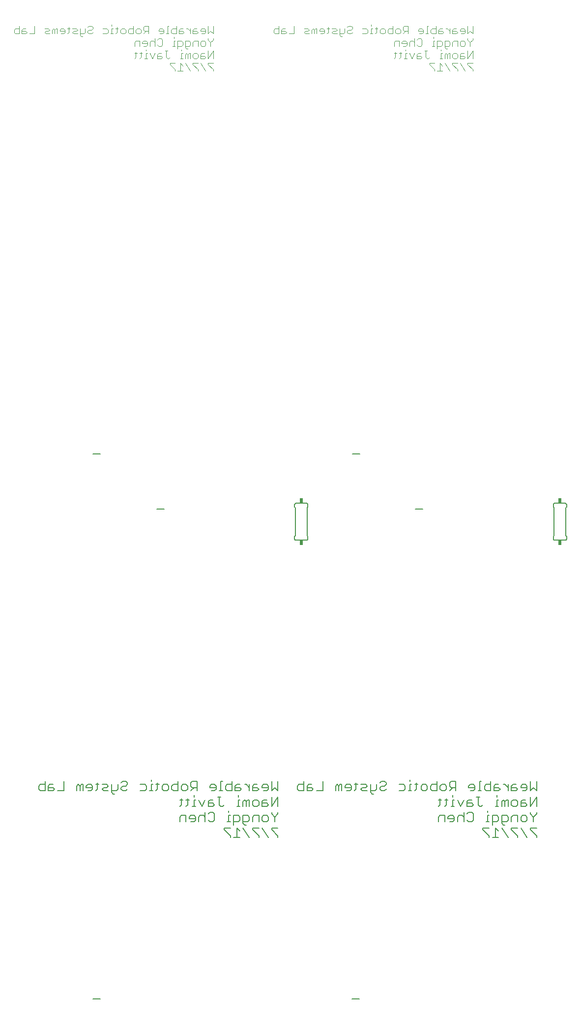
<source format=gbo>
G75*
%MOIN*%
%OFA0B0*%
%FSLAX25Y25*%
%IPPOS*%
%LPD*%
%AMOC8*
5,1,8,0,0,1.08239X$1,22.5*
%
%ADD10C,0.00600*%
%ADD11C,0.00400*%
%ADD12R,0.02400X0.03400*%
%ADD13C,0.00800*%
D10*
X0071510Y0147465D02*
X0072577Y0147465D01*
X0071510Y0147465D02*
X0070442Y0148532D01*
X0070442Y0153870D01*
X0068267Y0152803D02*
X0067199Y0153870D01*
X0063996Y0153870D01*
X0061821Y0153870D02*
X0059686Y0153870D01*
X0060754Y0154938D02*
X0060754Y0150668D01*
X0059686Y0149600D01*
X0057524Y0150668D02*
X0057524Y0152803D01*
X0056457Y0153870D01*
X0054322Y0153870D01*
X0053254Y0152803D01*
X0053254Y0151735D01*
X0057524Y0151735D01*
X0057524Y0150668D02*
X0056457Y0149600D01*
X0054322Y0149600D01*
X0051079Y0149600D02*
X0051079Y0153870D01*
X0050011Y0153870D01*
X0048944Y0152803D01*
X0047876Y0153870D01*
X0046808Y0152803D01*
X0046808Y0149600D01*
X0048944Y0149600D02*
X0048944Y0152803D01*
X0038188Y0156005D02*
X0038188Y0149600D01*
X0033917Y0149600D01*
X0031742Y0150668D02*
X0030675Y0151735D01*
X0027472Y0151735D01*
X0027472Y0152803D02*
X0027472Y0149600D01*
X0030675Y0149600D01*
X0031742Y0150668D01*
X0030675Y0153870D02*
X0028540Y0153870D01*
X0027472Y0152803D01*
X0025297Y0153870D02*
X0022094Y0153870D01*
X0021026Y0152803D01*
X0021026Y0150668D01*
X0022094Y0149600D01*
X0025297Y0149600D01*
X0025297Y0156005D01*
X0063996Y0150668D02*
X0065064Y0151735D01*
X0067199Y0151735D01*
X0068267Y0152803D01*
X0068267Y0149600D02*
X0065064Y0149600D01*
X0063996Y0150668D01*
X0070442Y0149600D02*
X0073645Y0149600D01*
X0074712Y0150668D01*
X0074712Y0153870D01*
X0076887Y0154938D02*
X0077955Y0156005D01*
X0080090Y0156005D01*
X0081158Y0154938D01*
X0081158Y0153870D01*
X0080090Y0152803D01*
X0077955Y0152803D01*
X0076887Y0151735D01*
X0076887Y0150668D01*
X0077955Y0149600D01*
X0080090Y0149600D01*
X0081158Y0150668D01*
X0089778Y0149600D02*
X0092981Y0149600D01*
X0094049Y0150668D01*
X0094049Y0152803D01*
X0092981Y0153870D01*
X0089778Y0153870D01*
X0096211Y0149600D02*
X0098346Y0149600D01*
X0097278Y0149600D02*
X0097278Y0153870D01*
X0098346Y0153870D01*
X0100508Y0153870D02*
X0102643Y0153870D01*
X0101575Y0154938D02*
X0101575Y0150668D01*
X0100508Y0149600D01*
X0097278Y0156005D02*
X0097278Y0157073D01*
X0104818Y0152803D02*
X0105885Y0153870D01*
X0108021Y0153870D01*
X0109088Y0152803D01*
X0109088Y0150668D01*
X0108021Y0149600D01*
X0105885Y0149600D01*
X0104818Y0150668D01*
X0104818Y0152803D01*
X0111263Y0152803D02*
X0112331Y0153870D01*
X0115534Y0153870D01*
X0115534Y0156005D02*
X0115534Y0149600D01*
X0112331Y0149600D01*
X0111263Y0150668D01*
X0111263Y0152803D01*
X0117709Y0152803D02*
X0118776Y0153870D01*
X0120912Y0153870D01*
X0121979Y0152803D01*
X0121979Y0150668D01*
X0120912Y0149600D01*
X0118776Y0149600D01*
X0117709Y0150668D01*
X0117709Y0152803D01*
X0117689Y0144438D02*
X0117689Y0140168D01*
X0116621Y0139100D01*
X0116621Y0143370D02*
X0118756Y0143370D01*
X0120918Y0143370D02*
X0123053Y0143370D01*
X0121986Y0144438D02*
X0121986Y0140168D01*
X0120918Y0139100D01*
X0125215Y0139100D02*
X0127350Y0139100D01*
X0126283Y0139100D02*
X0126283Y0143370D01*
X0127350Y0143370D01*
X0129526Y0143370D02*
X0131661Y0139100D01*
X0133796Y0143370D01*
X0135971Y0142303D02*
X0135971Y0139100D01*
X0139174Y0139100D01*
X0140241Y0140168D01*
X0139174Y0141235D01*
X0135971Y0141235D01*
X0135971Y0142303D02*
X0137039Y0143370D01*
X0139174Y0143370D01*
X0142417Y0145505D02*
X0144552Y0145505D01*
X0143484Y0145505D02*
X0143484Y0140168D01*
X0144552Y0139100D01*
X0145619Y0139100D01*
X0146687Y0140168D01*
X0149916Y0136073D02*
X0149916Y0135005D01*
X0149916Y0132870D02*
X0149916Y0128600D01*
X0148849Y0128600D02*
X0150984Y0128600D01*
X0153159Y0128600D02*
X0156362Y0128600D01*
X0157429Y0129668D01*
X0157429Y0131803D01*
X0156362Y0132870D01*
X0153159Y0132870D01*
X0153159Y0126465D01*
X0155294Y0124505D02*
X0155294Y0118100D01*
X0157429Y0118100D02*
X0153159Y0118100D01*
X0150984Y0118100D02*
X0150984Y0119168D01*
X0146714Y0123438D01*
X0146714Y0124505D01*
X0150984Y0124505D01*
X0150984Y0132870D02*
X0149916Y0132870D01*
X0155294Y0139100D02*
X0157429Y0139100D01*
X0156362Y0139100D02*
X0156362Y0143370D01*
X0157429Y0143370D01*
X0156362Y0145505D02*
X0156362Y0146573D01*
X0157436Y0149600D02*
X0154233Y0149600D01*
X0154233Y0152803D01*
X0155301Y0153870D01*
X0157436Y0153870D01*
X0157436Y0151735D02*
X0154233Y0151735D01*
X0152058Y0149600D02*
X0148855Y0149600D01*
X0147788Y0150668D01*
X0147788Y0152803D01*
X0148855Y0153870D01*
X0152058Y0153870D01*
X0152058Y0156005D02*
X0152058Y0149600D01*
X0157436Y0149600D02*
X0158504Y0150668D01*
X0157436Y0151735D01*
X0160672Y0153870D02*
X0161740Y0153870D01*
X0163875Y0151735D01*
X0163875Y0149600D02*
X0163875Y0153870D01*
X0166050Y0152803D02*
X0166050Y0149600D01*
X0169253Y0149600D01*
X0170320Y0150668D01*
X0169253Y0151735D01*
X0166050Y0151735D01*
X0166050Y0152803D02*
X0167118Y0153870D01*
X0169253Y0153870D01*
X0172496Y0152803D02*
X0172496Y0151735D01*
X0176766Y0151735D01*
X0176766Y0150668D02*
X0176766Y0152803D01*
X0175698Y0153870D01*
X0173563Y0153870D01*
X0172496Y0152803D01*
X0173563Y0149600D02*
X0175698Y0149600D01*
X0176766Y0150668D01*
X0178941Y0149600D02*
X0178941Y0156005D01*
X0183211Y0156005D02*
X0183211Y0149600D01*
X0181076Y0151735D01*
X0178941Y0149600D01*
X0178941Y0145505D02*
X0178941Y0139100D01*
X0183211Y0145505D01*
X0183211Y0139100D01*
X0183211Y0135005D02*
X0183211Y0133938D01*
X0181076Y0131803D01*
X0181076Y0128600D01*
X0181076Y0131803D02*
X0178941Y0133938D01*
X0178941Y0135005D01*
X0176766Y0131803D02*
X0176766Y0129668D01*
X0175698Y0128600D01*
X0173563Y0128600D01*
X0172496Y0129668D01*
X0172496Y0131803D01*
X0173563Y0132870D01*
X0175698Y0132870D01*
X0176766Y0131803D01*
X0175698Y0139100D02*
X0172496Y0139100D01*
X0172496Y0142303D01*
X0173563Y0143370D01*
X0175698Y0143370D01*
X0175698Y0141235D02*
X0172496Y0141235D01*
X0170320Y0140168D02*
X0169253Y0139100D01*
X0167118Y0139100D01*
X0166050Y0140168D01*
X0166050Y0142303D01*
X0167118Y0143370D01*
X0169253Y0143370D01*
X0170320Y0142303D01*
X0170320Y0140168D01*
X0163875Y0139100D02*
X0163875Y0143370D01*
X0162807Y0143370D01*
X0161740Y0142303D01*
X0160672Y0143370D01*
X0159605Y0142303D01*
X0159605Y0139100D01*
X0161740Y0139100D02*
X0161740Y0142303D01*
X0162807Y0132870D02*
X0159605Y0132870D01*
X0159605Y0127532D01*
X0160672Y0126465D01*
X0161740Y0126465D01*
X0162807Y0128600D02*
X0159605Y0128600D01*
X0162807Y0128600D02*
X0163875Y0129668D01*
X0163875Y0131803D01*
X0162807Y0132870D01*
X0166050Y0131803D02*
X0166050Y0128600D01*
X0166050Y0131803D02*
X0167118Y0132870D01*
X0170320Y0132870D01*
X0170320Y0128600D01*
X0170320Y0124505D02*
X0166050Y0124505D01*
X0166050Y0123438D01*
X0170320Y0119168D01*
X0170320Y0118100D01*
X0163875Y0118100D02*
X0159605Y0124505D01*
X0157429Y0122370D02*
X0155294Y0124505D01*
X0140241Y0129668D02*
X0139174Y0128600D01*
X0137039Y0128600D01*
X0135971Y0129668D01*
X0133796Y0128600D02*
X0133796Y0135005D01*
X0132728Y0132870D02*
X0130593Y0132870D01*
X0129526Y0131803D01*
X0129526Y0128600D01*
X0127350Y0129668D02*
X0127350Y0131803D01*
X0126283Y0132870D01*
X0124148Y0132870D01*
X0123080Y0131803D01*
X0123080Y0130735D01*
X0127350Y0130735D01*
X0127350Y0129668D02*
X0126283Y0128600D01*
X0124148Y0128600D01*
X0120905Y0128600D02*
X0120905Y0132870D01*
X0117702Y0132870D01*
X0116635Y0131803D01*
X0116635Y0128600D01*
X0126283Y0145505D02*
X0126283Y0146573D01*
X0124154Y0149600D02*
X0126290Y0151735D01*
X0125222Y0151735D02*
X0128425Y0151735D01*
X0128425Y0149600D02*
X0128425Y0156005D01*
X0125222Y0156005D01*
X0124154Y0154938D01*
X0124154Y0152803D01*
X0125222Y0151735D01*
X0137045Y0151735D02*
X0141316Y0151735D01*
X0141316Y0150668D02*
X0141316Y0152803D01*
X0140248Y0153870D01*
X0138113Y0153870D01*
X0137045Y0152803D01*
X0137045Y0151735D01*
X0138113Y0149600D02*
X0140248Y0149600D01*
X0141316Y0150668D01*
X0143478Y0149600D02*
X0145613Y0149600D01*
X0144545Y0149600D02*
X0144545Y0156005D01*
X0145613Y0156005D01*
X0139174Y0135005D02*
X0140241Y0133938D01*
X0140241Y0129668D01*
X0139174Y0135005D02*
X0137039Y0135005D01*
X0135971Y0133938D01*
X0133796Y0131803D02*
X0132728Y0132870D01*
X0172496Y0124505D02*
X0176766Y0118100D01*
X0178941Y0123438D02*
X0183211Y0119168D01*
X0183211Y0118100D01*
X0183211Y0124505D02*
X0178941Y0124505D01*
X0178941Y0123438D01*
X0175698Y0139100D02*
X0176766Y0140168D01*
X0175698Y0141235D01*
X0196526Y0150668D02*
X0196526Y0152803D01*
X0197594Y0153870D01*
X0200797Y0153870D01*
X0200797Y0156005D02*
X0200797Y0149600D01*
X0197594Y0149600D01*
X0196526Y0150668D01*
X0202972Y0151735D02*
X0206175Y0151735D01*
X0207242Y0150668D01*
X0206175Y0149600D01*
X0202972Y0149600D01*
X0202972Y0152803D01*
X0204040Y0153870D01*
X0206175Y0153870D01*
X0209417Y0149600D02*
X0213688Y0149600D01*
X0213688Y0156005D01*
X0222308Y0152803D02*
X0222308Y0149600D01*
X0224444Y0149600D02*
X0224444Y0152803D01*
X0223376Y0153870D01*
X0222308Y0152803D01*
X0224444Y0152803D02*
X0225511Y0153870D01*
X0226579Y0153870D01*
X0226579Y0149600D01*
X0228754Y0151735D02*
X0233024Y0151735D01*
X0233024Y0150668D02*
X0233024Y0152803D01*
X0231957Y0153870D01*
X0229822Y0153870D01*
X0228754Y0152803D01*
X0228754Y0151735D01*
X0229822Y0149600D02*
X0231957Y0149600D01*
X0233024Y0150668D01*
X0235186Y0149600D02*
X0236254Y0150668D01*
X0236254Y0154938D01*
X0237321Y0153870D02*
X0235186Y0153870D01*
X0239496Y0153870D02*
X0242699Y0153870D01*
X0243767Y0152803D01*
X0242699Y0151735D01*
X0240564Y0151735D01*
X0239496Y0150668D01*
X0240564Y0149600D01*
X0243767Y0149600D01*
X0245942Y0149600D02*
X0249145Y0149600D01*
X0250212Y0150668D01*
X0250212Y0153870D01*
X0252387Y0154938D02*
X0253455Y0156005D01*
X0255590Y0156005D01*
X0256658Y0154938D01*
X0256658Y0153870D01*
X0255590Y0152803D01*
X0253455Y0152803D01*
X0252387Y0151735D01*
X0252387Y0150668D01*
X0253455Y0149600D01*
X0255590Y0149600D01*
X0256658Y0150668D01*
X0265278Y0149600D02*
X0268481Y0149600D01*
X0269549Y0150668D01*
X0269549Y0152803D01*
X0268481Y0153870D01*
X0265278Y0153870D01*
X0272778Y0153870D02*
X0272778Y0149600D01*
X0271711Y0149600D02*
X0273846Y0149600D01*
X0276008Y0149600D02*
X0277075Y0150668D01*
X0277075Y0154938D01*
X0276008Y0153870D02*
X0278143Y0153870D01*
X0280318Y0152803D02*
X0281385Y0153870D01*
X0283521Y0153870D01*
X0284588Y0152803D01*
X0284588Y0150668D01*
X0283521Y0149600D01*
X0281385Y0149600D01*
X0280318Y0150668D01*
X0280318Y0152803D01*
X0286763Y0152803D02*
X0287831Y0153870D01*
X0291034Y0153870D01*
X0291034Y0156005D02*
X0291034Y0149600D01*
X0287831Y0149600D01*
X0286763Y0150668D01*
X0286763Y0152803D01*
X0293209Y0152803D02*
X0294276Y0153870D01*
X0296412Y0153870D01*
X0297479Y0152803D01*
X0297479Y0150668D01*
X0296412Y0149600D01*
X0294276Y0149600D01*
X0293209Y0150668D01*
X0293209Y0152803D01*
X0293189Y0144438D02*
X0293189Y0140168D01*
X0292121Y0139100D01*
X0292121Y0143370D02*
X0294256Y0143370D01*
X0296418Y0143370D02*
X0298553Y0143370D01*
X0297486Y0144438D02*
X0297486Y0140168D01*
X0296418Y0139100D01*
X0300715Y0139100D02*
X0302850Y0139100D01*
X0301783Y0139100D02*
X0301783Y0143370D01*
X0302850Y0143370D01*
X0305026Y0143370D02*
X0307161Y0139100D01*
X0309296Y0143370D01*
X0311471Y0142303D02*
X0311471Y0139100D01*
X0314674Y0139100D01*
X0315741Y0140168D01*
X0314674Y0141235D01*
X0311471Y0141235D01*
X0311471Y0142303D02*
X0312539Y0143370D01*
X0314674Y0143370D01*
X0317917Y0145505D02*
X0320052Y0145505D01*
X0318984Y0145505D02*
X0318984Y0140168D01*
X0320052Y0139100D01*
X0321119Y0139100D01*
X0322187Y0140168D01*
X0325416Y0136073D02*
X0325416Y0135005D01*
X0325416Y0132870D02*
X0325416Y0128600D01*
X0324349Y0128600D02*
X0326484Y0128600D01*
X0328659Y0128600D02*
X0331862Y0128600D01*
X0332929Y0129668D01*
X0332929Y0131803D01*
X0331862Y0132870D01*
X0328659Y0132870D01*
X0328659Y0126465D01*
X0330794Y0124505D02*
X0330794Y0118100D01*
X0332929Y0118100D02*
X0328659Y0118100D01*
X0326484Y0118100D02*
X0326484Y0119168D01*
X0322214Y0123438D01*
X0322214Y0124505D01*
X0326484Y0124505D01*
X0330794Y0124505D02*
X0332929Y0122370D01*
X0335105Y0124505D02*
X0339375Y0118100D01*
X0341550Y0123438D02*
X0345820Y0119168D01*
X0345820Y0118100D01*
X0345820Y0124505D02*
X0341550Y0124505D01*
X0341550Y0123438D01*
X0341550Y0128600D02*
X0341550Y0131803D01*
X0342618Y0132870D01*
X0345820Y0132870D01*
X0345820Y0128600D01*
X0347996Y0129668D02*
X0347996Y0131803D01*
X0349063Y0132870D01*
X0351198Y0132870D01*
X0352266Y0131803D01*
X0352266Y0129668D01*
X0351198Y0128600D01*
X0349063Y0128600D01*
X0347996Y0129668D01*
X0347996Y0124505D02*
X0352266Y0118100D01*
X0354441Y0123438D02*
X0358711Y0119168D01*
X0358711Y0118100D01*
X0358711Y0124505D02*
X0354441Y0124505D01*
X0354441Y0123438D01*
X0356576Y0128600D02*
X0356576Y0131803D01*
X0354441Y0133938D01*
X0354441Y0135005D01*
X0356576Y0131803D02*
X0358711Y0133938D01*
X0358711Y0135005D01*
X0358711Y0139100D02*
X0358711Y0145505D01*
X0354441Y0139100D01*
X0354441Y0145505D01*
X0351198Y0143370D02*
X0349063Y0143370D01*
X0347996Y0142303D01*
X0347996Y0139100D01*
X0351198Y0139100D01*
X0352266Y0140168D01*
X0351198Y0141235D01*
X0347996Y0141235D01*
X0345820Y0142303D02*
X0345820Y0140168D01*
X0344753Y0139100D01*
X0342618Y0139100D01*
X0341550Y0140168D01*
X0341550Y0142303D01*
X0342618Y0143370D01*
X0344753Y0143370D01*
X0345820Y0142303D01*
X0344753Y0149600D02*
X0345820Y0150668D01*
X0344753Y0151735D01*
X0341550Y0151735D01*
X0341550Y0152803D02*
X0341550Y0149600D01*
X0344753Y0149600D01*
X0347996Y0151735D02*
X0352266Y0151735D01*
X0352266Y0150668D02*
X0352266Y0152803D01*
X0351198Y0153870D01*
X0349063Y0153870D01*
X0347996Y0152803D01*
X0347996Y0151735D01*
X0349063Y0149600D02*
X0351198Y0149600D01*
X0352266Y0150668D01*
X0354441Y0149600D02*
X0354441Y0156005D01*
X0358711Y0156005D02*
X0358711Y0149600D01*
X0356576Y0151735D01*
X0354441Y0149600D01*
X0344753Y0153870D02*
X0342618Y0153870D01*
X0341550Y0152803D01*
X0339375Y0153870D02*
X0339375Y0149600D01*
X0339375Y0151735D02*
X0337240Y0153870D01*
X0336172Y0153870D01*
X0332936Y0153870D02*
X0330801Y0153870D01*
X0329733Y0152803D01*
X0329733Y0149600D01*
X0332936Y0149600D01*
X0334004Y0150668D01*
X0332936Y0151735D01*
X0329733Y0151735D01*
X0327558Y0149600D02*
X0327558Y0156005D01*
X0327558Y0153870D02*
X0324355Y0153870D01*
X0323288Y0152803D01*
X0323288Y0150668D01*
X0324355Y0149600D01*
X0327558Y0149600D01*
X0331862Y0146573D02*
X0331862Y0145505D01*
X0331862Y0143370D02*
X0331862Y0139100D01*
X0332929Y0139100D02*
X0330794Y0139100D01*
X0335105Y0139100D02*
X0335105Y0142303D01*
X0336172Y0143370D01*
X0337240Y0142303D01*
X0337240Y0139100D01*
X0339375Y0139100D02*
X0339375Y0143370D01*
X0338307Y0143370D01*
X0337240Y0142303D01*
X0332929Y0143370D02*
X0331862Y0143370D01*
X0335105Y0132870D02*
X0338307Y0132870D01*
X0339375Y0131803D01*
X0339375Y0129668D01*
X0338307Y0128600D01*
X0335105Y0128600D01*
X0335105Y0127532D02*
X0335105Y0132870D01*
X0335105Y0127532D02*
X0336172Y0126465D01*
X0337240Y0126465D01*
X0326484Y0132870D02*
X0325416Y0132870D01*
X0315741Y0133938D02*
X0315741Y0129668D01*
X0314674Y0128600D01*
X0312539Y0128600D01*
X0311471Y0129668D01*
X0309296Y0128600D02*
X0309296Y0135005D01*
X0308228Y0132870D02*
X0306093Y0132870D01*
X0305026Y0131803D01*
X0305026Y0128600D01*
X0302850Y0129668D02*
X0302850Y0131803D01*
X0301783Y0132870D01*
X0299648Y0132870D01*
X0298580Y0131803D01*
X0298580Y0130735D01*
X0302850Y0130735D01*
X0302850Y0129668D02*
X0301783Y0128600D01*
X0299648Y0128600D01*
X0296405Y0128600D02*
X0296405Y0132870D01*
X0293202Y0132870D01*
X0292135Y0131803D01*
X0292135Y0128600D01*
X0301783Y0145505D02*
X0301783Y0146573D01*
X0299654Y0149600D02*
X0301790Y0151735D01*
X0300722Y0151735D02*
X0303925Y0151735D01*
X0303925Y0149600D02*
X0303925Y0156005D01*
X0300722Y0156005D01*
X0299654Y0154938D01*
X0299654Y0152803D01*
X0300722Y0151735D01*
X0312545Y0151735D02*
X0316816Y0151735D01*
X0316816Y0150668D02*
X0316816Y0152803D01*
X0315748Y0153870D01*
X0313613Y0153870D01*
X0312545Y0152803D01*
X0312545Y0151735D01*
X0313613Y0149600D02*
X0315748Y0149600D01*
X0316816Y0150668D01*
X0318978Y0149600D02*
X0321113Y0149600D01*
X0320045Y0149600D02*
X0320045Y0156005D01*
X0321113Y0156005D01*
X0314674Y0135005D02*
X0312539Y0135005D01*
X0311471Y0133938D01*
X0309296Y0131803D02*
X0308228Y0132870D01*
X0314674Y0135005D02*
X0315741Y0133938D01*
X0273846Y0153870D02*
X0272778Y0153870D01*
X0272778Y0156005D02*
X0272778Y0157073D01*
X0248077Y0147465D02*
X0247010Y0147465D01*
X0245942Y0148532D01*
X0245942Y0153870D01*
X0202511Y0319300D02*
X0195511Y0319300D01*
X0195451Y0319302D01*
X0195390Y0319307D01*
X0195331Y0319316D01*
X0195272Y0319329D01*
X0195213Y0319345D01*
X0195156Y0319365D01*
X0195101Y0319388D01*
X0195046Y0319415D01*
X0194994Y0319444D01*
X0194943Y0319477D01*
X0194894Y0319513D01*
X0194848Y0319551D01*
X0194804Y0319593D01*
X0194762Y0319637D01*
X0194724Y0319683D01*
X0194688Y0319732D01*
X0194655Y0319783D01*
X0194626Y0319835D01*
X0194599Y0319890D01*
X0194576Y0319945D01*
X0194556Y0320002D01*
X0194540Y0320061D01*
X0194527Y0320120D01*
X0194518Y0320179D01*
X0194513Y0320240D01*
X0194511Y0320300D01*
X0194511Y0321800D01*
X0195011Y0322300D01*
X0195011Y0341300D01*
X0194511Y0341800D01*
X0194511Y0343300D01*
X0194513Y0343360D01*
X0194518Y0343421D01*
X0194527Y0343480D01*
X0194540Y0343539D01*
X0194556Y0343598D01*
X0194576Y0343655D01*
X0194599Y0343710D01*
X0194626Y0343765D01*
X0194655Y0343817D01*
X0194688Y0343868D01*
X0194724Y0343917D01*
X0194762Y0343963D01*
X0194804Y0344007D01*
X0194848Y0344049D01*
X0194894Y0344087D01*
X0194943Y0344123D01*
X0194994Y0344156D01*
X0195046Y0344185D01*
X0195101Y0344212D01*
X0195156Y0344235D01*
X0195213Y0344255D01*
X0195272Y0344271D01*
X0195331Y0344284D01*
X0195390Y0344293D01*
X0195451Y0344298D01*
X0195511Y0344300D01*
X0202511Y0344300D01*
X0202571Y0344298D01*
X0202632Y0344293D01*
X0202691Y0344284D01*
X0202750Y0344271D01*
X0202809Y0344255D01*
X0202866Y0344235D01*
X0202921Y0344212D01*
X0202976Y0344185D01*
X0203028Y0344156D01*
X0203079Y0344123D01*
X0203128Y0344087D01*
X0203174Y0344049D01*
X0203218Y0344007D01*
X0203260Y0343963D01*
X0203298Y0343917D01*
X0203334Y0343868D01*
X0203367Y0343817D01*
X0203396Y0343765D01*
X0203423Y0343710D01*
X0203446Y0343655D01*
X0203466Y0343598D01*
X0203482Y0343539D01*
X0203495Y0343480D01*
X0203504Y0343421D01*
X0203509Y0343360D01*
X0203511Y0343300D01*
X0203511Y0341800D01*
X0203011Y0341300D01*
X0203011Y0322300D01*
X0203511Y0321800D01*
X0203511Y0320300D01*
X0203509Y0320240D01*
X0203504Y0320179D01*
X0203495Y0320120D01*
X0203482Y0320061D01*
X0203466Y0320002D01*
X0203446Y0319945D01*
X0203423Y0319890D01*
X0203396Y0319835D01*
X0203367Y0319783D01*
X0203334Y0319732D01*
X0203298Y0319683D01*
X0203260Y0319637D01*
X0203218Y0319593D01*
X0203174Y0319551D01*
X0203128Y0319513D01*
X0203079Y0319477D01*
X0203028Y0319444D01*
X0202976Y0319415D01*
X0202921Y0319388D01*
X0202866Y0319365D01*
X0202809Y0319345D01*
X0202750Y0319329D01*
X0202691Y0319316D01*
X0202632Y0319307D01*
X0202571Y0319302D01*
X0202511Y0319300D01*
X0370011Y0320300D02*
X0370011Y0321800D01*
X0370511Y0322300D01*
X0370511Y0341300D01*
X0370011Y0341800D01*
X0370011Y0343300D01*
X0370013Y0343360D01*
X0370018Y0343421D01*
X0370027Y0343480D01*
X0370040Y0343539D01*
X0370056Y0343598D01*
X0370076Y0343655D01*
X0370099Y0343710D01*
X0370126Y0343765D01*
X0370155Y0343817D01*
X0370188Y0343868D01*
X0370224Y0343917D01*
X0370262Y0343963D01*
X0370304Y0344007D01*
X0370348Y0344049D01*
X0370394Y0344087D01*
X0370443Y0344123D01*
X0370494Y0344156D01*
X0370546Y0344185D01*
X0370601Y0344212D01*
X0370656Y0344235D01*
X0370713Y0344255D01*
X0370772Y0344271D01*
X0370831Y0344284D01*
X0370890Y0344293D01*
X0370951Y0344298D01*
X0371011Y0344300D01*
X0378011Y0344300D01*
X0378071Y0344298D01*
X0378132Y0344293D01*
X0378191Y0344284D01*
X0378250Y0344271D01*
X0378309Y0344255D01*
X0378366Y0344235D01*
X0378421Y0344212D01*
X0378476Y0344185D01*
X0378528Y0344156D01*
X0378579Y0344123D01*
X0378628Y0344087D01*
X0378674Y0344049D01*
X0378718Y0344007D01*
X0378760Y0343963D01*
X0378798Y0343917D01*
X0378834Y0343868D01*
X0378867Y0343817D01*
X0378896Y0343765D01*
X0378923Y0343710D01*
X0378946Y0343655D01*
X0378966Y0343598D01*
X0378982Y0343539D01*
X0378995Y0343480D01*
X0379004Y0343421D01*
X0379009Y0343360D01*
X0379011Y0343300D01*
X0379011Y0341800D01*
X0378511Y0341300D01*
X0378511Y0322300D01*
X0379011Y0321800D01*
X0379011Y0320300D01*
X0379009Y0320240D01*
X0379004Y0320179D01*
X0378995Y0320120D01*
X0378982Y0320061D01*
X0378966Y0320002D01*
X0378946Y0319945D01*
X0378923Y0319890D01*
X0378896Y0319835D01*
X0378867Y0319783D01*
X0378834Y0319732D01*
X0378798Y0319683D01*
X0378760Y0319637D01*
X0378718Y0319593D01*
X0378674Y0319551D01*
X0378628Y0319513D01*
X0378579Y0319477D01*
X0378528Y0319444D01*
X0378476Y0319415D01*
X0378421Y0319388D01*
X0378366Y0319365D01*
X0378309Y0319345D01*
X0378250Y0319329D01*
X0378191Y0319316D01*
X0378132Y0319307D01*
X0378071Y0319302D01*
X0378011Y0319300D01*
X0371011Y0319300D01*
X0370951Y0319302D01*
X0370890Y0319307D01*
X0370831Y0319316D01*
X0370772Y0319329D01*
X0370713Y0319345D01*
X0370656Y0319365D01*
X0370601Y0319388D01*
X0370546Y0319415D01*
X0370494Y0319444D01*
X0370443Y0319477D01*
X0370394Y0319513D01*
X0370348Y0319551D01*
X0370304Y0319593D01*
X0370262Y0319637D01*
X0370224Y0319683D01*
X0370188Y0319732D01*
X0370155Y0319783D01*
X0370126Y0319835D01*
X0370099Y0319890D01*
X0370076Y0319945D01*
X0370056Y0320002D01*
X0370040Y0320061D01*
X0370027Y0320120D01*
X0370018Y0320179D01*
X0370013Y0320240D01*
X0370011Y0320300D01*
D11*
X0315311Y0637000D02*
X0315311Y0637867D01*
X0311842Y0641337D01*
X0311842Y0642204D01*
X0315311Y0642204D01*
X0315311Y0645400D02*
X0315311Y0650604D01*
X0311842Y0645400D01*
X0311842Y0650604D01*
X0309288Y0648870D02*
X0307553Y0648870D01*
X0306685Y0648002D01*
X0306685Y0645400D01*
X0309288Y0645400D01*
X0310155Y0646267D01*
X0309288Y0647135D01*
X0306685Y0647135D01*
X0304999Y0648002D02*
X0304999Y0646267D01*
X0304131Y0645400D01*
X0302396Y0645400D01*
X0301529Y0646267D01*
X0301529Y0648002D01*
X0302396Y0648870D01*
X0304131Y0648870D01*
X0304999Y0648002D01*
X0299842Y0648870D02*
X0299842Y0645400D01*
X0298107Y0645400D02*
X0298107Y0648002D01*
X0297240Y0648870D01*
X0296373Y0648002D01*
X0296373Y0645400D01*
X0294686Y0645400D02*
X0292951Y0645400D01*
X0293818Y0645400D02*
X0293818Y0648870D01*
X0294686Y0648870D01*
X0293818Y0650604D02*
X0293818Y0651472D01*
X0293818Y0653800D02*
X0291216Y0653800D01*
X0289529Y0653800D02*
X0287795Y0653800D01*
X0288662Y0653800D02*
X0288662Y0657270D01*
X0289529Y0657270D01*
X0291216Y0657270D02*
X0291216Y0652065D01*
X0293818Y0653800D02*
X0294686Y0654667D01*
X0294686Y0656402D01*
X0293818Y0657270D01*
X0291216Y0657270D01*
X0288662Y0659004D02*
X0288662Y0659872D01*
X0287787Y0662200D02*
X0286919Y0663067D01*
X0286919Y0664802D01*
X0287787Y0665670D01*
X0290389Y0665670D01*
X0290389Y0667404D02*
X0290389Y0662200D01*
X0287787Y0662200D01*
X0285232Y0662200D02*
X0283498Y0662200D01*
X0284365Y0662200D02*
X0284365Y0667404D01*
X0285232Y0667404D01*
X0281795Y0664802D02*
X0280927Y0665670D01*
X0279193Y0665670D01*
X0278325Y0664802D01*
X0278325Y0663935D01*
X0281795Y0663935D01*
X0281795Y0664802D02*
X0281795Y0663067D01*
X0280927Y0662200D01*
X0279193Y0662200D01*
X0278333Y0659004D02*
X0280068Y0659004D01*
X0280935Y0658137D01*
X0280935Y0654667D01*
X0280068Y0653800D01*
X0278333Y0653800D01*
X0277466Y0654667D01*
X0275779Y0653800D02*
X0275779Y0659004D01*
X0277466Y0658137D02*
X0278333Y0659004D01*
X0275779Y0656402D02*
X0274912Y0657270D01*
X0273177Y0657270D01*
X0272309Y0656402D01*
X0272309Y0653800D01*
X0270623Y0654667D02*
X0270623Y0656402D01*
X0269755Y0657270D01*
X0268020Y0657270D01*
X0267153Y0656402D01*
X0267153Y0655535D01*
X0270623Y0655535D01*
X0270623Y0654667D02*
X0269755Y0653800D01*
X0268020Y0653800D01*
X0265466Y0653800D02*
X0265466Y0657270D01*
X0262864Y0657270D01*
X0261997Y0656402D01*
X0261997Y0653800D01*
X0262880Y0649737D02*
X0262880Y0646267D01*
X0262013Y0645400D01*
X0265450Y0645400D02*
X0266318Y0646267D01*
X0266318Y0649737D01*
X0267185Y0648870D02*
X0265450Y0648870D01*
X0263747Y0648870D02*
X0262013Y0648870D01*
X0268888Y0645400D02*
X0270623Y0645400D01*
X0269755Y0645400D02*
X0269755Y0648870D01*
X0270623Y0648870D01*
X0272309Y0648870D02*
X0274044Y0645400D01*
X0275779Y0648870D01*
X0277466Y0648002D02*
X0277466Y0645400D01*
X0280068Y0645400D01*
X0280935Y0646267D01*
X0280068Y0647135D01*
X0277466Y0647135D01*
X0277466Y0648002D02*
X0278333Y0648870D01*
X0280068Y0648870D01*
X0282622Y0650604D02*
X0284357Y0650604D01*
X0283490Y0650604D02*
X0283490Y0646267D01*
X0284357Y0645400D01*
X0285224Y0645400D01*
X0286092Y0646267D01*
X0286060Y0642204D02*
X0286060Y0641337D01*
X0289529Y0637867D01*
X0289529Y0637000D01*
X0291216Y0637000D02*
X0294686Y0637000D01*
X0292951Y0637000D02*
X0292951Y0642204D01*
X0294686Y0640470D01*
X0296373Y0642204D02*
X0299842Y0637000D01*
X0301529Y0641337D02*
X0304999Y0637867D01*
X0304999Y0637000D01*
X0310155Y0637000D02*
X0306685Y0642204D01*
X0304999Y0642204D02*
X0301529Y0642204D01*
X0301529Y0641337D01*
X0298107Y0648002D02*
X0298975Y0648870D01*
X0299842Y0648870D01*
X0298107Y0652065D02*
X0297240Y0652065D01*
X0296373Y0652933D01*
X0296373Y0657270D01*
X0298975Y0657270D01*
X0299842Y0656402D01*
X0299842Y0654667D01*
X0298975Y0653800D01*
X0296373Y0653800D01*
X0301529Y0653800D02*
X0301529Y0656402D01*
X0302396Y0657270D01*
X0304999Y0657270D01*
X0304999Y0653800D01*
X0306685Y0654667D02*
X0306685Y0656402D01*
X0307553Y0657270D01*
X0309288Y0657270D01*
X0310155Y0656402D01*
X0310155Y0654667D01*
X0309288Y0653800D01*
X0307553Y0653800D01*
X0306685Y0654667D01*
X0311842Y0658137D02*
X0311842Y0659004D01*
X0311842Y0658137D02*
X0313577Y0656402D01*
X0313577Y0653800D01*
X0313577Y0656402D02*
X0315311Y0658137D01*
X0315311Y0659004D01*
X0315311Y0662200D02*
X0313577Y0663935D01*
X0311842Y0662200D01*
X0311842Y0667404D01*
X0309288Y0665670D02*
X0310155Y0664802D01*
X0310155Y0663067D01*
X0309288Y0662200D01*
X0307553Y0662200D01*
X0306685Y0663935D02*
X0310155Y0663935D01*
X0309288Y0665670D02*
X0307553Y0665670D01*
X0306685Y0664802D01*
X0306685Y0663935D01*
X0304999Y0663067D02*
X0304131Y0663935D01*
X0301529Y0663935D01*
X0301529Y0664802D02*
X0301529Y0662200D01*
X0304131Y0662200D01*
X0304999Y0663067D01*
X0304131Y0665670D02*
X0302396Y0665670D01*
X0301529Y0664802D01*
X0299842Y0663935D02*
X0298107Y0665670D01*
X0297240Y0665670D01*
X0294678Y0665670D02*
X0292943Y0665670D01*
X0292076Y0664802D01*
X0292076Y0662200D01*
X0294678Y0662200D01*
X0295545Y0663067D01*
X0294678Y0663935D01*
X0292076Y0663935D01*
X0299842Y0662200D02*
X0299842Y0665670D01*
X0289529Y0642204D02*
X0286060Y0642204D01*
X0271482Y0662200D02*
X0271482Y0667404D01*
X0268880Y0667404D01*
X0268012Y0666537D01*
X0268012Y0664802D01*
X0268880Y0663935D01*
X0271482Y0663935D01*
X0269747Y0663935D02*
X0268012Y0662200D01*
X0266326Y0663067D02*
X0265458Y0662200D01*
X0263723Y0662200D01*
X0262856Y0663067D01*
X0262856Y0664802D01*
X0263723Y0665670D01*
X0265458Y0665670D01*
X0266326Y0664802D01*
X0266326Y0663067D01*
X0261169Y0662200D02*
X0258567Y0662200D01*
X0257700Y0663067D01*
X0257700Y0664802D01*
X0258567Y0665670D01*
X0261169Y0665670D01*
X0261169Y0667404D02*
X0261169Y0662200D01*
X0256013Y0663067D02*
X0255145Y0662200D01*
X0253411Y0662200D01*
X0252543Y0663067D01*
X0252543Y0664802D01*
X0253411Y0665670D01*
X0255145Y0665670D01*
X0256013Y0664802D01*
X0256013Y0663067D01*
X0250856Y0665670D02*
X0249122Y0665670D01*
X0249989Y0666537D02*
X0249989Y0663067D01*
X0249122Y0662200D01*
X0247419Y0662200D02*
X0245684Y0662200D01*
X0246551Y0662200D02*
X0246551Y0665670D01*
X0247419Y0665670D01*
X0246551Y0667404D02*
X0246551Y0668272D01*
X0243114Y0665670D02*
X0243981Y0664802D01*
X0243981Y0663067D01*
X0243114Y0662200D01*
X0240512Y0662200D01*
X0240512Y0665670D02*
X0243114Y0665670D01*
X0233668Y0665670D02*
X0232801Y0664802D01*
X0231066Y0664802D01*
X0230199Y0663935D01*
X0230199Y0663067D01*
X0231066Y0662200D01*
X0232801Y0662200D01*
X0233668Y0663067D01*
X0233668Y0665670D02*
X0233668Y0666537D01*
X0232801Y0667404D01*
X0231066Y0667404D01*
X0230199Y0666537D01*
X0228512Y0665670D02*
X0228512Y0663067D01*
X0227645Y0662200D01*
X0225042Y0662200D01*
X0225042Y0661333D02*
X0225910Y0660465D01*
X0226777Y0660465D01*
X0225042Y0661333D02*
X0225042Y0665670D01*
X0223356Y0664802D02*
X0222488Y0665670D01*
X0219886Y0665670D01*
X0218199Y0665670D02*
X0216464Y0665670D01*
X0217332Y0666537D02*
X0217332Y0663067D01*
X0216464Y0662200D01*
X0214762Y0663067D02*
X0214762Y0664802D01*
X0213894Y0665670D01*
X0212159Y0665670D01*
X0211292Y0664802D01*
X0211292Y0663935D01*
X0214762Y0663935D01*
X0214762Y0663067D02*
X0213894Y0662200D01*
X0212159Y0662200D01*
X0209605Y0662200D02*
X0209605Y0665670D01*
X0208738Y0665670D01*
X0207870Y0664802D01*
X0207003Y0665670D01*
X0206136Y0664802D01*
X0206136Y0662200D01*
X0204449Y0662200D02*
X0201847Y0662200D01*
X0200979Y0663067D01*
X0201847Y0663935D01*
X0203581Y0663935D01*
X0204449Y0664802D01*
X0203581Y0665670D01*
X0200979Y0665670D01*
X0194136Y0667404D02*
X0194136Y0662200D01*
X0190666Y0662200D01*
X0188980Y0663067D02*
X0188112Y0663935D01*
X0185510Y0663935D01*
X0185510Y0664802D02*
X0185510Y0662200D01*
X0188112Y0662200D01*
X0188980Y0663067D01*
X0188112Y0665670D02*
X0186377Y0665670D01*
X0185510Y0664802D01*
X0183823Y0665670D02*
X0181221Y0665670D01*
X0180354Y0664802D01*
X0180354Y0663067D01*
X0181221Y0662200D01*
X0183823Y0662200D01*
X0183823Y0667404D01*
X0207870Y0664802D02*
X0207870Y0662200D01*
X0219886Y0663067D02*
X0220753Y0663935D01*
X0222488Y0663935D01*
X0223356Y0664802D01*
X0223356Y0662200D02*
X0220753Y0662200D01*
X0219886Y0663067D01*
X0269755Y0651472D02*
X0269755Y0650604D01*
X0315311Y0662200D02*
X0315311Y0667404D01*
X0139311Y0667404D02*
X0139311Y0662200D01*
X0137577Y0663935D01*
X0135842Y0662200D01*
X0135842Y0667404D01*
X0133288Y0665670D02*
X0131553Y0665670D01*
X0130685Y0664802D01*
X0130685Y0663935D01*
X0134155Y0663935D01*
X0134155Y0664802D02*
X0133288Y0665670D01*
X0134155Y0664802D02*
X0134155Y0663067D01*
X0133288Y0662200D01*
X0131553Y0662200D01*
X0128999Y0663067D02*
X0128131Y0663935D01*
X0125529Y0663935D01*
X0125529Y0664802D02*
X0125529Y0662200D01*
X0128131Y0662200D01*
X0128999Y0663067D01*
X0128131Y0665670D02*
X0126396Y0665670D01*
X0125529Y0664802D01*
X0123842Y0663935D02*
X0122107Y0665670D01*
X0121240Y0665670D01*
X0118678Y0665670D02*
X0116943Y0665670D01*
X0116076Y0664802D01*
X0116076Y0662200D01*
X0118678Y0662200D01*
X0119545Y0663067D01*
X0118678Y0663935D01*
X0116076Y0663935D01*
X0114389Y0665670D02*
X0111787Y0665670D01*
X0110919Y0664802D01*
X0110919Y0663067D01*
X0111787Y0662200D01*
X0114389Y0662200D01*
X0114389Y0667404D01*
X0109232Y0667404D02*
X0108365Y0667404D01*
X0108365Y0662200D01*
X0109232Y0662200D02*
X0107498Y0662200D01*
X0105795Y0663067D02*
X0105795Y0664802D01*
X0104927Y0665670D01*
X0103193Y0665670D01*
X0102325Y0664802D01*
X0102325Y0663935D01*
X0105795Y0663935D01*
X0105795Y0663067D02*
X0104927Y0662200D01*
X0103193Y0662200D01*
X0102333Y0659004D02*
X0104068Y0659004D01*
X0104935Y0658137D01*
X0104935Y0654667D01*
X0104068Y0653800D01*
X0102333Y0653800D01*
X0101466Y0654667D01*
X0099779Y0653800D02*
X0099779Y0659004D01*
X0101466Y0658137D02*
X0102333Y0659004D01*
X0099779Y0656402D02*
X0098912Y0657270D01*
X0097177Y0657270D01*
X0096309Y0656402D01*
X0096309Y0653800D01*
X0094623Y0654667D02*
X0094623Y0656402D01*
X0093755Y0657270D01*
X0092020Y0657270D01*
X0091153Y0656402D01*
X0091153Y0655535D01*
X0094623Y0655535D01*
X0094623Y0654667D02*
X0093755Y0653800D01*
X0092020Y0653800D01*
X0089466Y0653800D02*
X0089466Y0657270D01*
X0086864Y0657270D01*
X0085997Y0656402D01*
X0085997Y0653800D01*
X0086880Y0649737D02*
X0086880Y0646267D01*
X0086013Y0645400D01*
X0089450Y0645400D02*
X0090318Y0646267D01*
X0090318Y0649737D01*
X0091185Y0648870D02*
X0089450Y0648870D01*
X0087747Y0648870D02*
X0086013Y0648870D01*
X0092888Y0645400D02*
X0094623Y0645400D01*
X0093755Y0645400D02*
X0093755Y0648870D01*
X0094623Y0648870D01*
X0096309Y0648870D02*
X0098044Y0645400D01*
X0099779Y0648870D01*
X0101466Y0648002D02*
X0101466Y0645400D01*
X0104068Y0645400D01*
X0104935Y0646267D01*
X0104068Y0647135D01*
X0101466Y0647135D01*
X0101466Y0648002D02*
X0102333Y0648870D01*
X0104068Y0648870D01*
X0106622Y0650604D02*
X0108357Y0650604D01*
X0107490Y0650604D02*
X0107490Y0646267D01*
X0108357Y0645400D01*
X0109224Y0645400D01*
X0110092Y0646267D01*
X0110060Y0642204D02*
X0110060Y0641337D01*
X0113529Y0637867D01*
X0113529Y0637000D01*
X0115216Y0637000D02*
X0118686Y0637000D01*
X0116951Y0637000D02*
X0116951Y0642204D01*
X0118686Y0640470D01*
X0120373Y0642204D02*
X0123842Y0637000D01*
X0125529Y0641337D02*
X0128999Y0637867D01*
X0128999Y0637000D01*
X0134155Y0637000D02*
X0130685Y0642204D01*
X0128999Y0642204D02*
X0125529Y0642204D01*
X0125529Y0641337D01*
X0126396Y0645400D02*
X0125529Y0646267D01*
X0125529Y0648002D01*
X0126396Y0648870D01*
X0128131Y0648870D01*
X0128999Y0648002D01*
X0128999Y0646267D01*
X0128131Y0645400D01*
X0126396Y0645400D01*
X0123842Y0645400D02*
X0123842Y0648870D01*
X0122975Y0648870D01*
X0122107Y0648002D01*
X0121240Y0648870D01*
X0120373Y0648002D01*
X0120373Y0645400D01*
X0118686Y0645400D02*
X0116951Y0645400D01*
X0117818Y0645400D02*
X0117818Y0648870D01*
X0118686Y0648870D01*
X0117818Y0650604D02*
X0117818Y0651472D01*
X0117818Y0653800D02*
X0115216Y0653800D01*
X0113529Y0653800D02*
X0111795Y0653800D01*
X0112662Y0653800D02*
X0112662Y0657270D01*
X0113529Y0657270D01*
X0115216Y0657270D02*
X0117818Y0657270D01*
X0118686Y0656402D01*
X0118686Y0654667D01*
X0117818Y0653800D01*
X0120373Y0653800D02*
X0122975Y0653800D01*
X0123842Y0654667D01*
X0123842Y0656402D01*
X0122975Y0657270D01*
X0120373Y0657270D01*
X0120373Y0652933D01*
X0121240Y0652065D01*
X0122107Y0652065D01*
X0125529Y0653800D02*
X0125529Y0656402D01*
X0126396Y0657270D01*
X0128999Y0657270D01*
X0128999Y0653800D01*
X0130685Y0654667D02*
X0130685Y0656402D01*
X0131553Y0657270D01*
X0133288Y0657270D01*
X0134155Y0656402D01*
X0134155Y0654667D01*
X0133288Y0653800D01*
X0131553Y0653800D01*
X0130685Y0654667D01*
X0131553Y0648870D02*
X0130685Y0648002D01*
X0130685Y0645400D01*
X0133288Y0645400D01*
X0134155Y0646267D01*
X0133288Y0647135D01*
X0130685Y0647135D01*
X0131553Y0648870D02*
X0133288Y0648870D01*
X0135842Y0650604D02*
X0135842Y0645400D01*
X0139311Y0650604D01*
X0139311Y0645400D01*
X0139311Y0642204D02*
X0135842Y0642204D01*
X0135842Y0641337D01*
X0139311Y0637867D01*
X0139311Y0637000D01*
X0137577Y0653800D02*
X0137577Y0656402D01*
X0135842Y0658137D01*
X0135842Y0659004D01*
X0137577Y0656402D02*
X0139311Y0658137D01*
X0139311Y0659004D01*
X0123842Y0662200D02*
X0123842Y0665670D01*
X0115216Y0657270D02*
X0115216Y0652065D01*
X0112662Y0659004D02*
X0112662Y0659872D01*
X0122107Y0648002D02*
X0122107Y0645400D01*
X0113529Y0642204D02*
X0110060Y0642204D01*
X0093755Y0650604D02*
X0093755Y0651472D01*
X0095482Y0662200D02*
X0095482Y0667404D01*
X0092880Y0667404D01*
X0092012Y0666537D01*
X0092012Y0664802D01*
X0092880Y0663935D01*
X0095482Y0663935D01*
X0093747Y0663935D02*
X0092012Y0662200D01*
X0090326Y0663067D02*
X0089458Y0662200D01*
X0087723Y0662200D01*
X0086856Y0663067D01*
X0086856Y0664802D01*
X0087723Y0665670D01*
X0089458Y0665670D01*
X0090326Y0664802D01*
X0090326Y0663067D01*
X0085169Y0662200D02*
X0082567Y0662200D01*
X0081700Y0663067D01*
X0081700Y0664802D01*
X0082567Y0665670D01*
X0085169Y0665670D01*
X0085169Y0667404D02*
X0085169Y0662200D01*
X0080013Y0663067D02*
X0079145Y0662200D01*
X0077411Y0662200D01*
X0076543Y0663067D01*
X0076543Y0664802D01*
X0077411Y0665670D01*
X0079145Y0665670D01*
X0080013Y0664802D01*
X0080013Y0663067D01*
X0074856Y0665670D02*
X0073122Y0665670D01*
X0073989Y0666537D02*
X0073989Y0663067D01*
X0073122Y0662200D01*
X0071419Y0662200D02*
X0069684Y0662200D01*
X0070551Y0662200D02*
X0070551Y0665670D01*
X0071419Y0665670D01*
X0070551Y0667404D02*
X0070551Y0668272D01*
X0067114Y0665670D02*
X0067981Y0664802D01*
X0067981Y0663067D01*
X0067114Y0662200D01*
X0064512Y0662200D01*
X0064512Y0665670D02*
X0067114Y0665670D01*
X0057668Y0665670D02*
X0056801Y0664802D01*
X0055066Y0664802D01*
X0054199Y0663935D01*
X0054199Y0663067D01*
X0055066Y0662200D01*
X0056801Y0662200D01*
X0057668Y0663067D01*
X0057668Y0665670D02*
X0057668Y0666537D01*
X0056801Y0667404D01*
X0055066Y0667404D01*
X0054199Y0666537D01*
X0052512Y0665670D02*
X0052512Y0663067D01*
X0051645Y0662200D01*
X0049042Y0662200D01*
X0049042Y0661333D02*
X0049910Y0660465D01*
X0050777Y0660465D01*
X0049042Y0661333D02*
X0049042Y0665670D01*
X0047356Y0664802D02*
X0046488Y0665670D01*
X0043886Y0665670D01*
X0042199Y0665670D02*
X0040464Y0665670D01*
X0041332Y0666537D02*
X0041332Y0663067D01*
X0040464Y0662200D01*
X0038762Y0663067D02*
X0038762Y0664802D01*
X0037894Y0665670D01*
X0036159Y0665670D01*
X0035292Y0664802D01*
X0035292Y0663935D01*
X0038762Y0663935D01*
X0038762Y0663067D02*
X0037894Y0662200D01*
X0036159Y0662200D01*
X0033605Y0662200D02*
X0033605Y0665670D01*
X0032738Y0665670D01*
X0031870Y0664802D01*
X0031003Y0665670D01*
X0030136Y0664802D01*
X0030136Y0662200D01*
X0028449Y0662200D02*
X0025847Y0662200D01*
X0024979Y0663067D01*
X0025847Y0663935D01*
X0027581Y0663935D01*
X0028449Y0664802D01*
X0027581Y0665670D01*
X0024979Y0665670D01*
X0031870Y0664802D02*
X0031870Y0662200D01*
X0043886Y0663067D02*
X0044753Y0663935D01*
X0046488Y0663935D01*
X0047356Y0664802D01*
X0047356Y0662200D02*
X0044753Y0662200D01*
X0043886Y0663067D01*
X0018136Y0662200D02*
X0014666Y0662200D01*
X0012980Y0663067D02*
X0012112Y0663935D01*
X0009510Y0663935D01*
X0009510Y0664802D02*
X0009510Y0662200D01*
X0012112Y0662200D01*
X0012980Y0663067D01*
X0012112Y0665670D02*
X0010377Y0665670D01*
X0009510Y0664802D01*
X0007823Y0665670D02*
X0005221Y0665670D01*
X0004354Y0664802D01*
X0004354Y0663067D01*
X0005221Y0662200D01*
X0007823Y0662200D01*
X0007823Y0667404D01*
X0018136Y0667404D02*
X0018136Y0662200D01*
D12*
X0199011Y0346000D03*
X0199011Y0317600D03*
X0374511Y0317600D03*
X0374511Y0346000D03*
D13*
X0062937Y0008607D02*
X0057937Y0008607D01*
X0101004Y0340422D02*
X0106004Y0340422D01*
X0062937Y0377607D02*
X0057937Y0377607D01*
X0233937Y0377607D02*
X0238937Y0377607D01*
X0276504Y0340422D02*
X0281504Y0340422D01*
X0238437Y0008607D02*
X0233437Y0008607D01*
M02*

</source>
